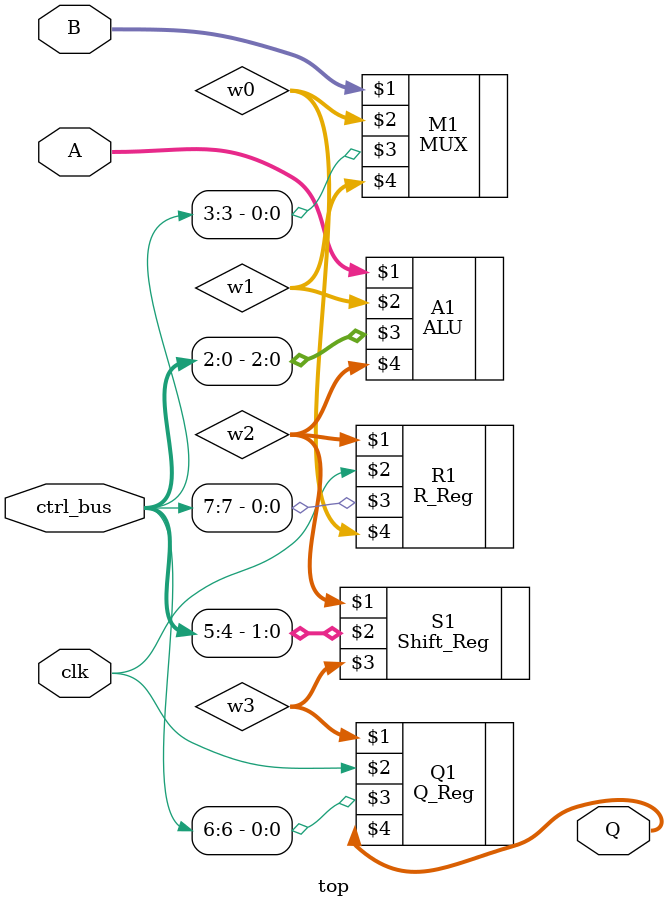
<source format=v>
/* 
REG. NO: SEU/IS/13/EG/091
NAME: P.RUMESH
THIS VERILOG CODE IS FOR FULL IMPLEMENTATION OF GIVEN DIAGRAM
WE ARE COMBINIG EACH BLOCKS INTO A TOP MODULE AND GETTING A OUTPUT
*/
// DEFINING A TOP MODULE
module top(A, B, ctrl_bus, clk, Q);

input [3:0] A;
input [3:0] B;		// FOUR BIT TWO INPUTS A AND B
input [7:0] ctrl_bus;	// EIGHT BIT INPUT CONTROL BUS
input clk;		// CLOCK INPUT
output [3:0] Q;		// FOUR BIT OUTPUT Q


wire [3:0] w0,w1,w2,w3,w4;	// ASSIGNING A INTERMEDIATE RESULTS IN WIRES, ALL ARE FOUR BIT LONG


MUX M1(B, w0, ctrl_bus[3], w1);
ALU A1(A, w1, ctrl_bus[2:0], w2);
Shift_Reg S1(w2, ctrl_bus[5:4], w3);
Q_Reg Q1(w3, clk, ctrl_bus[6], Q);
R_Reg R1(w2, clk, ctrl_bus[7], w0);	// HERE ALL CONTROL BUS CONNECTIONS ARE FOLLOWED ACCORDING TO d PART IN QUESTION


endmodule
</source>
